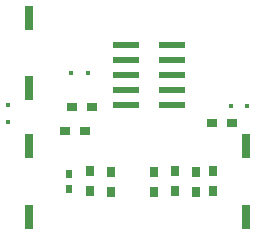
<source format=gbr>
G04 DipTrace 3.1.0.1*
G04 BottomPaste.gbr*
%MOIN*%
G04 #@! TF.FileFunction,Paste,Bot*
G04 #@! TF.Part,Single*
%ADD40R,0.086614X0.022047*%
%ADD42R,0.031496X0.082126*%
%ADD44R,0.035433X0.031496*%
%ADD50R,0.019685X0.027559*%
%ADD52R,0.031496X0.035433*%
%ADD54R,0.015748X0.011811*%
%ADD56R,0.011811X0.015748*%
%FSLAX26Y26*%
G04*
G70*
G90*
G75*
G01*
G04 BotPaste*
%LPD*%
D56*
X740157Y938583D3*
X795276D3*
X1327953Y825984D3*
X1272835D3*
D54*
X531496Y830315D3*
Y775197D3*
D52*
X874016Y541339D3*
Y608268D3*
X1015748Y541339D3*
Y608268D3*
X1157480Y541339D3*
Y608268D3*
D50*
X732283Y600394D3*
Y549213D3*
D44*
X809055Y824016D3*
X742126D3*
X1210630Y769291D3*
X1277559D3*
X787795Y744094D3*
X720866D3*
D52*
X804331Y610236D3*
Y543307D3*
X1087008Y609055D3*
Y542126D3*
X1214173Y609449D3*
Y542520D3*
D42*
X600000Y456693D3*
Y692913D3*
X1323622Y456693D3*
Y692913D3*
X600000Y1121654D3*
Y885433D3*
D40*
X921654Y930315D3*
Y980315D3*
Y1030315D3*
Y880315D3*
Y830315D3*
X1075197Y930315D3*
Y980315D3*
Y1030315D3*
Y880315D3*
Y830315D3*
M02*

</source>
